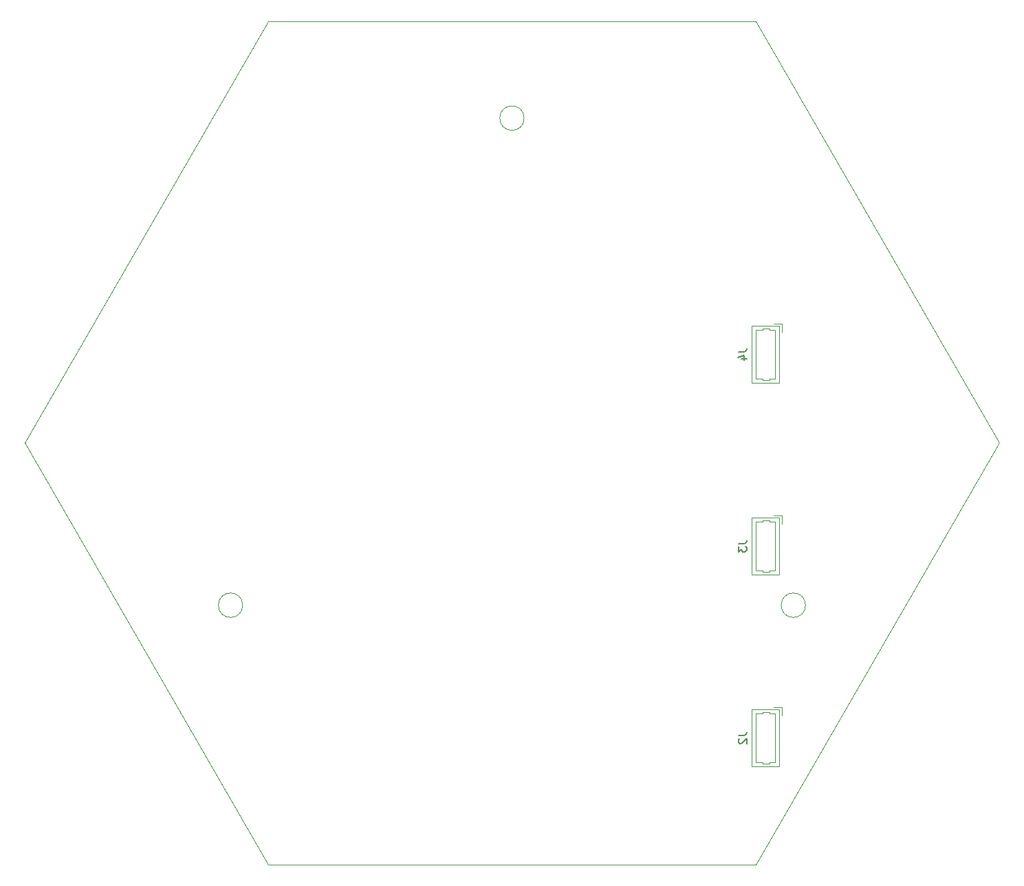
<source format=gbr>
G04 #@! TF.GenerationSoftware,KiCad,Pcbnew,(5.1.5)-3*
G04 #@! TF.CreationDate,2020-04-12T16:42:19+08:00*
G04 #@! TF.ProjectId,Misaka,4d697361-6b61-42e6-9b69-6361645f7063,rev?*
G04 #@! TF.SameCoordinates,Original*
G04 #@! TF.FileFunction,Legend,Bot*
G04 #@! TF.FilePolarity,Positive*
%FSLAX46Y46*%
G04 Gerber Fmt 4.6, Leading zero omitted, Abs format (unit mm)*
G04 Created by KiCad (PCBNEW (5.1.5)-3) date 2020-04-12 16:42:19*
%MOMM*%
%LPD*%
G04 APERTURE LIST*
%ADD10C,0.050000*%
%ADD11C,0.120000*%
%ADD12C,0.150000*%
G04 APERTURE END LIST*
D10*
X45000000Y-23038475D02*
X105000000Y-23038475D01*
X14999999Y-74999999D02*
X45000000Y-23038475D01*
X44999999Y-126961524D02*
X14999999Y-74999999D01*
X104999999Y-126961524D02*
X44999999Y-126961524D01*
X135000000Y-75000000D02*
X104999999Y-126961524D01*
X105000000Y-23038475D02*
X135000000Y-75000000D01*
X111141016Y-95000000D02*
G75*
G03X111141016Y-95000000I-1500000J0D01*
G01*
X41858983Y-95000000D02*
G75*
G03X41858983Y-95000000I-1500000J0D01*
G01*
X76500000Y-35000000D02*
G75*
G03X76500000Y-35000000I-1500000J0D01*
G01*
D11*
X108230000Y-60330000D02*
X108230000Y-61330000D01*
X108230000Y-60330000D02*
X107230000Y-60330000D01*
X105030000Y-67080000D02*
X105030000Y-64105000D01*
X105880000Y-67080000D02*
X105030000Y-67080000D01*
X105880000Y-67280000D02*
X105880000Y-67080000D01*
X106680000Y-67280000D02*
X105880000Y-67280000D01*
X106680000Y-67080000D02*
X106680000Y-67280000D01*
X107430000Y-67080000D02*
X106680000Y-67080000D01*
X107430000Y-64105000D02*
X107430000Y-67080000D01*
X105030000Y-61130000D02*
X105030000Y-64105000D01*
X105880000Y-61130000D02*
X105030000Y-61130000D01*
X105880000Y-60930000D02*
X105880000Y-61130000D01*
X106680000Y-60930000D02*
X105880000Y-60930000D01*
X106680000Y-61130000D02*
X106680000Y-60930000D01*
X107430000Y-61130000D02*
X106680000Y-61130000D01*
X107430000Y-64105000D02*
X107430000Y-61130000D01*
X104520000Y-67590000D02*
X104520000Y-60620000D01*
X107940000Y-67590000D02*
X104520000Y-67590000D01*
X107940000Y-60620000D02*
X107940000Y-67590000D01*
X104520000Y-60620000D02*
X107940000Y-60620000D01*
X108230000Y-83952000D02*
X108230000Y-84952000D01*
X108230000Y-83952000D02*
X107230000Y-83952000D01*
X105030000Y-90702000D02*
X105030000Y-87727000D01*
X105880000Y-90702000D02*
X105030000Y-90702000D01*
X105880000Y-90902000D02*
X105880000Y-90702000D01*
X106680000Y-90902000D02*
X105880000Y-90902000D01*
X106680000Y-90702000D02*
X106680000Y-90902000D01*
X107430000Y-90702000D02*
X106680000Y-90702000D01*
X107430000Y-87727000D02*
X107430000Y-90702000D01*
X105030000Y-84752000D02*
X105030000Y-87727000D01*
X105880000Y-84752000D02*
X105030000Y-84752000D01*
X105880000Y-84552000D02*
X105880000Y-84752000D01*
X106680000Y-84552000D02*
X105880000Y-84552000D01*
X106680000Y-84752000D02*
X106680000Y-84552000D01*
X107430000Y-84752000D02*
X106680000Y-84752000D01*
X107430000Y-87727000D02*
X107430000Y-84752000D01*
X104520000Y-91212000D02*
X104520000Y-84242000D01*
X107940000Y-91212000D02*
X104520000Y-91212000D01*
X107940000Y-84242000D02*
X107940000Y-91212000D01*
X104520000Y-84242000D02*
X107940000Y-84242000D01*
X108230000Y-107574000D02*
X108230000Y-108574000D01*
X108230000Y-107574000D02*
X107230000Y-107574000D01*
X105030000Y-114324000D02*
X105030000Y-111349000D01*
X105880000Y-114324000D02*
X105030000Y-114324000D01*
X105880000Y-114524000D02*
X105880000Y-114324000D01*
X106680000Y-114524000D02*
X105880000Y-114524000D01*
X106680000Y-114324000D02*
X106680000Y-114524000D01*
X107430000Y-114324000D02*
X106680000Y-114324000D01*
X107430000Y-111349000D02*
X107430000Y-114324000D01*
X105030000Y-108374000D02*
X105030000Y-111349000D01*
X105880000Y-108374000D02*
X105030000Y-108374000D01*
X105880000Y-108174000D02*
X105880000Y-108374000D01*
X106680000Y-108174000D02*
X105880000Y-108174000D01*
X106680000Y-108374000D02*
X106680000Y-108174000D01*
X107430000Y-108374000D02*
X106680000Y-108374000D01*
X107430000Y-111349000D02*
X107430000Y-108374000D01*
X104520000Y-114834000D02*
X104520000Y-107864000D01*
X107940000Y-114834000D02*
X104520000Y-114834000D01*
X107940000Y-107864000D02*
X107940000Y-114834000D01*
X104520000Y-107864000D02*
X107940000Y-107864000D01*
D12*
X102882380Y-63776666D02*
X103596666Y-63776666D01*
X103739523Y-63729047D01*
X103834761Y-63633809D01*
X103882380Y-63490952D01*
X103882380Y-63395714D01*
X103215714Y-64681428D02*
X103882380Y-64681428D01*
X102834761Y-64443333D02*
X103549047Y-64205238D01*
X103549047Y-64824285D01*
X102882380Y-87398666D02*
X103596666Y-87398666D01*
X103739523Y-87351047D01*
X103834761Y-87255809D01*
X103882380Y-87112952D01*
X103882380Y-87017714D01*
X102882380Y-87779619D02*
X102882380Y-88398666D01*
X103263333Y-88065333D01*
X103263333Y-88208190D01*
X103310952Y-88303428D01*
X103358571Y-88351047D01*
X103453809Y-88398666D01*
X103691904Y-88398666D01*
X103787142Y-88351047D01*
X103834761Y-88303428D01*
X103882380Y-88208190D01*
X103882380Y-87922476D01*
X103834761Y-87827238D01*
X103787142Y-87779619D01*
X102882380Y-111020666D02*
X103596666Y-111020666D01*
X103739523Y-110973047D01*
X103834761Y-110877809D01*
X103882380Y-110734952D01*
X103882380Y-110639714D01*
X102977619Y-111449238D02*
X102930000Y-111496857D01*
X102882380Y-111592095D01*
X102882380Y-111830190D01*
X102930000Y-111925428D01*
X102977619Y-111973047D01*
X103072857Y-112020666D01*
X103168095Y-112020666D01*
X103310952Y-111973047D01*
X103882380Y-111401619D01*
X103882380Y-112020666D01*
M02*

</source>
